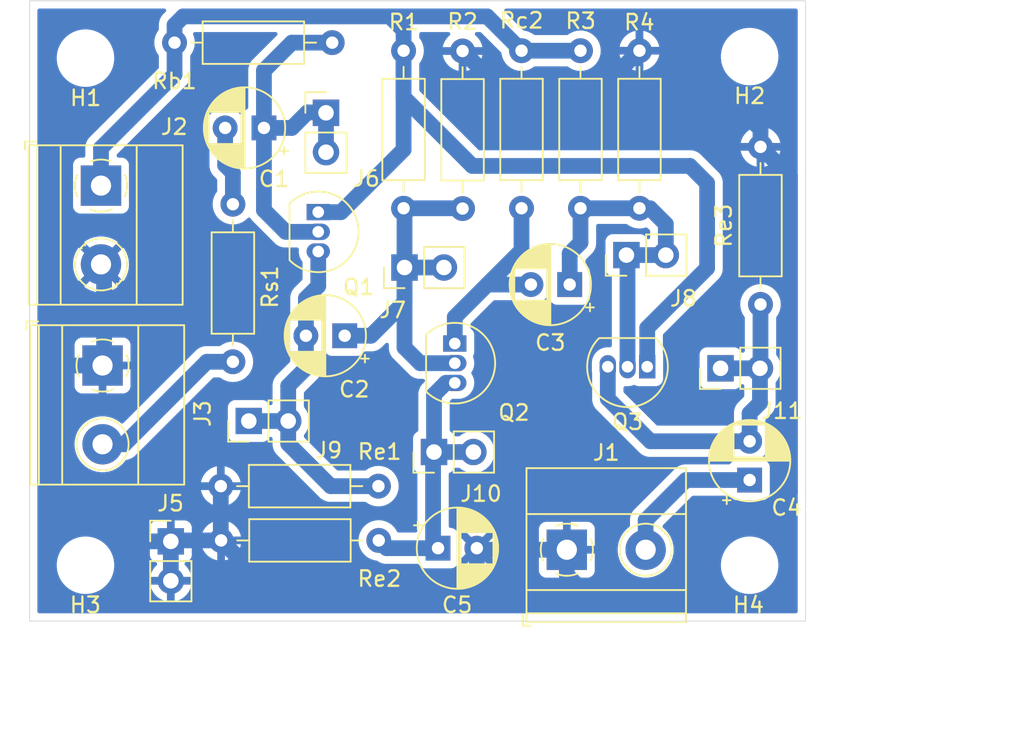
<source format=kicad_pcb>
(kicad_pcb (version 20240108) (generator "pcbnew") (generator_version "8.0")
  (layers (0 "F.Cu" signal) (31 "B.Cu" signal) (34 "B.Paste" user) (35 "F.Paste" user) (36 "B.SilkS" user "B.Silkscreen") (37 "F.SilkS" user "F.Silkscreen") (38 "B.Mask" user) (39 "F.Mask" user) (44 "Edge.Cuts" user))
  (net 0 "")
  (net 1 "Net-(C1-Pad2)")
  (net 2 "Vb1")
  (net 3 "Ve1")
  (net 4 "Vb2")
  (net 5 "Vb3")
  (net 6 "Net-(Q2-C)")
  (net 7 "Ve3")
  (net 8 "RL")
  (net 9 "GND")
  (net 10 "Ve2")
  (net 11 "VCC")
  (net 12 "Vs")
  (footprint "Connector_PinHeader_2.54mm:PinHeader_1x02_P2.54mm_Vertical" (layer "F.Cu") (at 44.16 37.2 90)
    (property "Reference" "J7" (at -2.75 -0.76 0) (layer "F.SilkS"))
    (property "Value" "Vbase")
    (pad "1" thru_hole rect (at 0 0 90) (size 1.7 1.7) (drill 1) (layers "*.Cu" "*.Mask") (net 4 "Vb2"))
    (pad "2" thru_hole oval (at 0 2.54 90) (size 1.7 1.7) (drill 1) (layers "*.Cu" "*.Mask") (net 4 "Vb2"))
  )
  (footprint "Connector_PinHeader_2.54mm:PinHeader_1x02_P2.54mm_Vertical" (layer "F.Cu") (at 58.46 36.4 90)
    (property "Reference" "J8" (at -2.8 3.67 0) (layer "F.SilkS"))
    (property "Value" "Vbase")
    (pad "1" thru_hole rect (at 0 0 90) (size 1.7 1.7) (drill 1) (layers "*.Cu" "*.Mask") (net 5 "Vb3"))
    (pad "2" thru_hole oval (at 0 2.54 90) (size 1.7 1.7) (drill 1) (layers "*.Cu" "*.Mask") (net 5 "Vb3"))
  )
  (footprint "Resistor_THT:R_Axial_DIN0207_L6.3mm_D2.5mm_P10.16mm_Horizontal" (layer "F.Cu") (at 47.9 33.4 90)
    (property "Reference" "R2" (at 12.06 0 0) (layer "F.SilkS"))
    (property "Value" "56k")
    (pad "1" thru_hole circle (at 0 0 90) (size 1.6 1.6) (drill 0.8) (layers "*.Cu" "*.Mask") (net 4 "Vb2"))
    (pad "2" thru_hole oval (at 10.16 0 90) (size 1.6 1.6) (drill 0.8) (layers "*.Cu" "*.Mask") (net 9 "GND"))
  )
  (footprint "Resistor_THT:R_Axial_DIN0207_L6.3mm_D2.5mm_P10.16mm_Horizontal" (layer "F.Cu") (at 33.1 43.28 90)
    (property "Reference" "Rs1" (at 4.82 2.39 -90) (layer "F.SilkS"))
    (property "Value" "50k")
    (pad "1" thru_hole circle (at 0 0 90) (size 1.6 1.6) (drill 0.8) (layers "*.Cu" "*.Mask") (net 12 "Vs"))
    (pad "2" thru_hole oval (at 10.16 0 90) (size 1.6 1.6) (drill 0.8) (layers "*.Cu" "*.Mask") (net 1 "Net-(C1-Pad2)"))
  )
  (footprint "Connector_PinHeader_2.54mm:PinHeader_1x02_P2.54mm_Vertical" (layer "F.Cu") (at 64.525 43.7 90)
    (property "Reference" "J11" (at -2.75 3.955 0) (layer "F.SilkS"))
    (property "Value" "Vemisor")
    (pad "1" thru_hole rect (at 0 0 90) (size 1.7 1.7) (drill 1) (layers "*.Cu" "*.Mask") (net 7 "Ve3"))
    (pad "2" thru_hole oval (at 0 2.54 90) (size 1.7 1.7) (drill 1) (layers "*.Cu" "*.Mask") (net 7 "Ve3"))
  )
  (footprint "Capacitor_THT:CP_Radial_D5.0mm_P2.50mm" (layer "F.Cu") (at 54.805113 38.3 180)
    (property "Reference" "C3" (at 1.25 -3.75 180) (layer "F.SilkS"))
    (property "Value" "1uF")
    (pad "1" thru_hole rect (at 0 0 180) (size 1.6 1.6) (drill 0.8) (layers "*.Cu" "*.Mask") (net 5 "Vb3"))
    (pad "2" thru_hole circle (at 2.5 0 180) (size 1.6 1.6) (drill 0.8) (layers "*.Cu" "*.Mask") (net 6 "Net-(Q2-C)"))
  )
  (footprint "Connector_PinHeader_2.54mm:PinHeader_1x02_P2.54mm_Vertical" (layer "F.Cu") (at 46.06 49.1 90)
    (property "Reference" "J10" (at -2.69 3.03 0) (layer "F.SilkS"))
    (property "Value" "Vemisor")
    (pad "1" thru_hole rect (at 0 0 90) (size 1.7 1.7) (drill 1) (layers "*.Cu" "*.Mask") (net 10 "Ve2"))
    (pad "2" thru_hole oval (at 0 2.54 90) (size 1.7 1.7) (drill 1) (layers "*.Cu" "*.Mask") (net 10 "Ve2"))
  )
  (footprint "Connector_PinHeader_2.54mm:PinHeader_1x02_P2.54mm_Vertical" (layer "F.Cu") (at 34.125 47.1 90)
    (property "Reference" "J9" (at -1.89 5.155 0) (layer "F.SilkS"))
    (property "Value" "Vemisor")
    (pad "1" thru_hole rect (at 0 0 90) (size 1.7 1.7) (drill 1) (layers "*.Cu" "*.Mask") (net 3 "Ve1"))
    (pad "2" thru_hole oval (at 0 2.54 90) (size 1.7 1.7) (drill 1) (layers "*.Cu" "*.Mask") (net 3 "Ve1"))
  )
  (footprint "MountingHole:MountingHole_3.2mm_M3" (layer "F.Cu") (at 66.4 56.4)
    (property "Reference" "H4" (at -0.08 2.56 0) (layer "F.SilkS"))
    (property "Value" "MountingHole")
    (pad "" np_thru_hole circle (at 0 0) (size 3.2 3.2) (drill 3.2) (layers "*.Cu" "*.Mask"))
  )
  (footprint "Resistor_THT:R_Axial_DIN0207_L6.3mm_D2.5mm_P10.16mm_Horizontal" (layer "F.Cu") (at 51.7 23.22 -90)
    (property "Reference" "Rc2" (at -1.95 0 180) (layer "F.SilkS"))
    (property "Value" "2k7")
    (pad "1" thru_hole circle (at 0 0 270) (size 1.6 1.6) (drill 0.8) (layers "*.Cu" "*.Mask") (net 11 "VCC"))
    (pad "2" thru_hole oval (at 10.16 0 270) (size 1.6 1.6) (drill 0.8) (layers "*.Cu" "*.Mask") (net 6 "Net-(Q2-C)"))
  )
  (footprint "Capacitor_THT:CP_Radial_D5.0mm_P2.50mm" (layer "F.Cu") (at 40.305113 41.6 180)
    (property "Reference" "C2" (at -0.614887 -3.46 180) (layer "F.SilkS"))
    (property "Value" "1uF")
    (pad "1" thru_hole rect (at 0 0 180) (size 1.6 1.6) (drill 0.8) (layers "*.Cu" "*.Mask") (net 4 "Vb2"))
    (pad "2" thru_hole circle (at 2.5 0 180) (size 1.6 1.6) (drill 0.8) (layers "*.Cu" "*.Mask") (net 3 "Ve1"))
  )
  (footprint "TerminalBlock_Phoenix:TerminalBlock_Phoenix_MKDS-1,5-2-5.08_1x02_P5.08mm_Horizontal" (layer "F.Cu") (at 24.7 43.52 -90)
    (property "Reference" "J3" (at 3.1 -6.45 -90) (layer "F.SilkS"))
    (property "Value" "Input")
    (pad "1" thru_hole rect (at 0 0 270) (size 2.6 2.6) (drill 1.3) (layers "*.Cu" "*.Mask") (net 9 "GND"))
    (pad "2" thru_hole circle (at 5.08 0 270) (size 2.6 2.6) (drill 1.3) (layers "*.Cu" "*.Mask") (net 12 "Vs"))
  )
  (footprint "Resistor_THT:R_Axial_DIN0207_L6.3mm_D2.5mm_P10.16mm_Horizontal" (layer "F.Cu") (at 55.5 23.22 -90)
    (property "Reference" "R3" (at -1.92 -0.01 180) (layer "F.SilkS"))
    (property "Value" "82k")
    (pad "1" thru_hole circle (at 0 0 270) (size 1.6 1.6) (drill 0.8) (layers "*.Cu" "*.Mask") (net 11 "VCC"))
    (pad "2" thru_hole oval (at 10.16 0 270) (size 1.6 1.6) (drill 0.8) (layers "*.Cu" "*.Mask") (net 5 "Vb3"))
  )
  (footprint "Package_TO_SOT_THT:TO-92_Inline" (layer "F.Cu") (at 47.4 42.1 -90)
    (property "Reference" "Q2" (at 4.46 -3.81 180) (layer "F.SilkS"))
    (property "Value" "BC547")
    (pad "1" thru_hole rect (at 0 0 270) (size 1.05 1.5) (drill 0.75) (layers "*.Cu" "*.Mask") (net 6 "Net-(Q2-C)"))
    (pad "2" thru_hole oval (at 1.27 0 270) (size 1.05 1.5) (drill 0.75) (layers "*.Cu" "*.Mask") (net 4 "Vb2"))
    (pad "3" thru_hole oval (at 2.54 0 270) (size 1.05 1.5) (drill 0.75) (layers "*.Cu" "*.Mask") (net 10 "Ve2"))
  )
  (footprint "Resistor_THT:R_Axial_DIN0207_L6.3mm_D2.5mm_P10.16mm_Horizontal" (layer "F.Cu") (at 42.5 54.8 180)
    (property "Reference" "Re2" (at -0.04 -2.47 180) (layer "F.SilkS"))
    (property "Value" "3k3")
    (pad "1" thru_hole circle (at 0 0 180) (size 1.6 1.6) (drill 0.8) (layers "*.Cu" "*.Mask") (net 10 "Ve2"))
    (pad "2" thru_hole oval (at 10.16 0 180) (size 1.6 1.6) (drill 0.8) (layers "*.Cu" "*.Mask") (net 9 "GND"))
  )
  (footprint "Connector_PinHeader_2.54mm:PinHeader_1x02_P2.54mm_Vertical" (layer "F.Cu") (at 39.1 27.225)
    (property "Reference" "J6" (at 2.61 4.245 0) (layer "F.SilkS"))
    (property "Value" "Vbase")
    (pad "1" thru_hole rect (at 0 0) (size 1.7 1.7) (drill 1) (layers "*.Cu" "*.Mask") (net 2 "Vb1"))
    (pad "2" thru_hole oval (at 0 2.54) (size 1.7 1.7) (drill 1) (layers "*.Cu" "*.Mask") (net 2 "Vb1"))
  )
  (footprint "Package_TO_SOT_THT:TO-92_Inline" (layer "F.Cu") (at 38.6 33.63 -90)
    (property "Reference" "Q1" (at 4.83 -2.6 180) (layer "F.SilkS"))
    (property "Value" "BC548C")
    (pad "1" thru_hole rect (at 0 0 270) (size 1.05 1.5) (drill 0.75) (layers "*.Cu" "*.Mask") (net 11 "VCC"))
    (pad "2" thru_hole oval (at 1.27 0 270) (size 1.05 1.5) (drill 0.75) (layers "*.Cu" "*.Mask") (net 2 "Vb1"))
    (pad "3" thru_hole oval (at 2.54 0 270) (size 1.05 1.5) (drill 0.75) (layers "*.Cu" "*.Mask") (net 3 "Ve1"))
  )
  (footprint "TerminalBlock_Phoenix:TerminalBlock_Phoenix_MKDS-1,5-2-5.08_1x02_P5.08mm_Horizontal" (layer "F.Cu") (at 54.62 55.4)
    (property "Reference" "J1" (at 2.54 -6.26 0) (layer "F.SilkS"))
    (property "Value" "Output - RL")
    (pad "1" thru_hole rect (at 0 0) (size 2.6 2.6) (drill 1.3) (layers "*.Cu" "*.Mask") (net 9 "GND"))
    (pad "2" thru_hole circle (at 5.08 0) (size 2.6 2.6) (drill 1.3) (layers "*.Cu" "*.Mask") (net 8 "RL"))
  )
  (footprint "Connector_PinHeader_2.54mm:PinHeader_1x02_P2.54mm_Vertical" (layer "F.Cu") (at 29.1 54.86)
    (property "Reference" "J5" (at -0.02 -2.45 0) (layer "F.SilkS"))
    (property "Value" "GND")
    (pad "1" thru_hole rect (at 0 0) (size 1.7 1.7) (drill 1) (layers "*.Cu" "*.Mask") (net 9 "GND"))
    (pad "2" thru_hole oval (at 0 2.54) (size 1.7 1.7) (drill 1) (layers "*.Cu" "*.Mask") (net 9 "GND"))
  )
  (footprint "Resistor_THT:R_Axial_DIN0207_L6.3mm_D2.5mm_P10.16mm_Horizontal" (layer "F.Cu") (at 29.34 22.7)
    (property "Reference" "Rb1" (at -0.01 2.48 0) (layer "F.SilkS"))
    (property "Value" "1M8")
    (pad "1" thru_hole circle (at 0 0) (size 1.6 1.6) (drill 0.8) (layers "*.Cu" "*.Mask") (net 11 "VCC"))
    (pad "2" thru_hole oval (at 10.16 0) (size 1.6 1.6) (drill 0.8) (layers "*.Cu" "*.Mask") (net 2 "Vb1"))
  )
  (footprint "Resistor_THT:R_Axial_DIN0207_L6.3mm_D2.5mm_P10.16mm_Horizontal" (layer "F.Cu") (at 44.1 23.22 -90)
    (property "Reference" "R1" (at -1.84 -0.02 180) (layer "F.SilkS"))
    (property "Value" "75k")
    (pad "1" thru_hole circle (at 0 0 270) (size 1.6 1.6) (drill 0.8) (layers "*.Cu" "*.Mask") (net 11 "VCC"))
    (pad "2" thru_hole oval (at 10.16 0 270) (size 1.6 1.6) (drill 0.8) (layers "*.Cu" "*.Mask") (net 4 "Vb2"))
  )
  (footprint "MountingHole:MountingHole_3.2mm_M3" (layer "F.Cu") (at 23.6 23.7)
    (property "Reference" "H1" (at 0.01 2.57 0) (layer "F.SilkS"))
    (property "Value" "MountingHole")
    (pad "" np_thru_hole circle (at 0 0) (size 3.2 3.2) (drill 3.2) (layers "*.Cu" "*.Mask"))
  )
  (footprint "TerminalBlock_Phoenix:TerminalBlock_Phoenix_MKDS-1,5-2-5.08_1x02_P5.08mm_Horizontal" (layer "F.Cu") (at 24.6 31.92 -90)
    (property "Reference" "J2" (at -3.79 -4.72 0) (layer "F.SilkS"))
    (property "Value" "Power")
    (pad "1" thru_hole rect (at 0 0 270) (size 2.6 2.6) (drill 1.3) (layers "*.Cu" "*.Mask") (net 11 "VCC"))
    (pad "2" thru_hole circle (at 5.08 0 270) (size 2.6 2.6) (drill 1.3) (layers "*.Cu" "*.Mask") (net 9 "GND"))
  )
  (footprint "Resistor_THT:R_Axial_DIN0207_L6.3mm_D2.5mm_P10.16mm_Horizontal" (layer "F.Cu") (at 59.3 33.38 90)
    (property "Reference" "R4" (at 11.99 -0.01 0) (layer "F.SilkS"))
    (property "Value" "100k")
    (pad "1" thru_hole circle (at 0 0 90) (size 1.6 1.6) (drill 0.8) (layers "*.Cu" "*.Mask") (net 5 "Vb3"))
    (pad "2" thru_hole oval (at 10.16 0 90) (size 1.6 1.6) (drill 0.8) (layers "*.Cu" "*.Mask") (net 9 "GND"))
  )
  (footprint "Capacitor_THT:CP_Radial_D5.0mm_P2.50mm" (layer "F.Cu") (at 35.1 28.2 180)
    (property "Reference" "C1" (at -0.65 -3.29 180) (layer "F.SilkS"))
    (property "Value" "1uF")
    (pad "1" thru_hole rect (at 0 0 180) (size 1.6 1.6) (drill 0.8) (layers "*.Cu" "*.Mask") (net 2 "Vb1"))
    (pad "2" thru_hole circle (at 2.5 0 180) (size 1.6 1.6) (drill 0.8) (layers "*.Cu" "*.Mask") (net 1 "Net-(C1-Pad2)"))
  )
  (footprint "Resistor_THT:R_Axial_DIN0207_L6.3mm_D2.5mm_P10.16mm_Horizontal" (layer "F.Cu") (at 67.1 39.58 90)
    (property "Reference" "Re3" (at 5.08 -2.37 -90) (layer "F.SilkS"))
    (property "Value" "4k7")
    (pad "1" thru_hole circle (at 0 0 90) (size 1.6 1.6) (drill 0.8) (layers "*.Cu" "*.Mask") (net 7 "Ve3"))
    (pad "2" thru_hole oval (at 10.16 0 90) (size 1.6 1.6) (drill 0.8) (layers "*.Cu" "*.Mask") (net 9 "GND"))
  )
  (footprint "Package_TO_SOT_THT:TO-92_Inline" (layer "F.Cu") (at 59.8 43.6 180)
    (property "Reference" "Q3" (at 1.27 -3.56 180) (layer "F.SilkS"))
    (property "Value" "BC548C")
    (pad "1" thru_hole rect (at 0 0 180) (size 1.05 1.5) (drill 0.75) (layers "*.Cu" "*.Mask") (net 11 "VCC"))
    (pad "2" thru_hole oval (at 1.27 0 180) (size 1.05 1.5) (drill 0.75) (layers "*.Cu" "*.Mask") (net 5 "Vb3"))
    (pad "3" thru_hole oval (at 2.54 0 180) (size 1.05 1.5) (drill 0.75) (layers "*.Cu" "*.Mask") (net 7 "Ve3"))
  )
  (footprint "MountingHole:MountingHole_3.2mm_M3" (layer "F.Cu") (at 66.4 23.6)
    (property "Reference" "H2" (at 0 2.54 0) (layer "F.SilkS"))
    (property "Value" "MountingHole")
    (pad "" np_thru_hole circle (at 0 0) (size 3.2 3.2) (drill 3.2) (layers "*.Cu" "*.Mask"))
  )
  (footprint "Resistor_THT:R_Axial_DIN0207_L6.3mm_D2.5mm_P10.16mm_Horizontal" (layer "F.Cu") (at 42.48 51.3 180)
    (property "Reference" "Re1" (at -0.07 2.22 180) (layer "F.SilkS"))
    (property "Value" "4k7")
    (pad "1" thru_hole circle (at 0 0 180) (size 1.6 1.6) (drill 0.8) (layers "*.Cu" "*.Mask") (net 3 "Ve1"))
    (pad "2" thru_hole oval (at 10.16 0 180) (size 1.6 1.6) (drill 0.8) (layers "*.Cu" "*.Mask") (net 9 "GND"))
  )
  (footprint "Capacitor_THT:CP_Radial_D5.0mm_P2.50mm" (layer "F.Cu") (at 66.4 50.905113 90)
    (property "Reference" "C4" (at -1.784887 2.38 0) (layer "F.SilkS"))
    (property "Value" "1uF")
    (pad "1" thru_hole rect (at 0 0 90) (size 1.6 1.6) (drill 0.8) (layers "*.Cu" "*.Mask") (net 8 "RL"))
    (pad "2" thru_hole circle (at 2.5 0 90) (size 1.6 1.6) (drill 0.8) (layers "*.Cu" "*.Mask") (net 7 "Ve3"))
  )
  (footprint "MountingHole:MountingHole_3.2mm_M3" (layer "F.Cu") (at 23.6 56.4)
    (property "Reference" "H3" (at -0.01 2.56 0) (layer "F.SilkS"))
    (property "Value" "MountingHole")
    (pad "" np_thru_hole circle (at 0 0) (size 3.2 3.2) (drill 3.2) (layers "*.Cu" "*.Mask"))
  )
  (footprint "Capacitor_THT:CP_Radial_D5.0mm_P2.50mm" (layer "F.Cu") (at 46.32 55.3)
    (property "Reference" "C5" (at 1.23 3.66 0) (layer "F.SilkS"))
    (property "Value" "1uF")
    (pad "1" thru_hole rect (at 0 0) (size 1.6 1.6) (drill 0.8) (layers "*.Cu" "*.Mask") (net 10 "Ve2"))
    (pad "2" thru_hole circle (at 2.5 0) (size 1.6 1.6) (drill 0.8) (layers "*.Cu" "*.Mask") (net 9 "GND"))
  )
  (gr_rect (start 20 20) (end 70 60) (stroke (width 0.05)) (fill none) (layer "Edge.Cuts"))
  (segment (start 33.1 33.12) (end 33.1 31.1) (width 1.016) (layer "B.Cu") (net 1))
  (segment (start 32.6 30.6) (end 32.6 28.2) (width 1.016) (layer "B.Cu") (net 1))
  (segment (start 33.1 31.1) (end 32.6 30.6) (width 1.016) (layer "B.Cu") (net 1))
  (segment (start 36.5 34.9) (end 38.6 34.9) (width 1.016) (layer "B.Cu") (net 2))
  (segment (start 35.1 24.5) (end 35.1 28.2) (width 1.016) (layer "B.Cu") (net 2))
  (segment (start 36.9 22.7) (end 35.1 24.5) (width 1.016) (layer "B.Cu") (net 2))
  (segment (start 35.1 33.5) (end 36.5 34.9) (width 1.016) (layer "B.Cu") (net 2))
  (segment (start 37.9 27.2) (end 39.075 27.2) (width 1.016) (layer "B.Cu") (net 2))
  (segment (start 39.5 22.7) (end 36.9 22.7) (width 1.016) (layer "B.Cu") (net 2))
  (segment (start 35.1 28.2) (end 36.9 28.2) (width 1.016) (layer "B.Cu") (net 2))
  (segment (start 36.9 28.2) (end 37.9 27.2) (width 1.016) (layer "B.Cu") (net 2))
  (segment (start 39.075 27.2) (end 39.1 27.225) (width 1.016) (layer "B.Cu") (net 2))
  (segment (start 35.1 28.2) (end 35.1 33.5) (width 1.016) (layer "B.Cu") (net 2))
  (segment (start 39.1 27.225) (end 39.1 29.765) (width 1.016) (layer "B.Cu") (net 2))
  (segment (start 38.6 38.4) (end 37.805113 39.194887) (width 1.016) (layer "B.Cu") (net 3))
  (segment (start 39.4 51.3) (end 36.665 48.565) (width 1.016) (layer "B.Cu") (net 3))
  (segment (start 37.805113 43.694887) (end 37.805113 41.6) (width 1.016) (layer "B.Cu") (net 3))
  (segment (start 34.125 47.1) (end 36.665 47.1) (width 1.016) (layer "B.Cu") (net 3))
  (segment (start 36.665 48.565) (end 36.665 47.1) (width 1.016) (layer "B.Cu") (net 3))
  (segment (start 37.805113 39.194887) (end 37.805113 41.6) (width 1.016) (layer "B.Cu") (net 3))
  (segment (start 36.665 44.835) (end 37.805113 43.694887) (width 1.016) (layer "B.Cu") (net 3))
  (segment (start 36.665 47.1) (end 36.665 44.835) (width 1.016) (layer "B.Cu") (net 3))
  (segment (start 38.6 36.17) (end 38.6 38.4) (width 1.016) (layer "B.Cu") (net 3))
  (segment (start 42.48 51.3) (end 39.4 51.3) (width 1.016) (layer "B.Cu") (net 3))
  (segment (start 40.305113 41.6) (end 42 41.6) (width 1.016) (layer "B.Cu") (net 4))
  (segment (start 44.16 37.2) (end 44.16 33.44) (width 1.016) (layer "B.Cu") (net 4))
  (segment (start 44.16 39.44) (end 44.16 37.2) (width 1.016) (layer "B.Cu") (net 4))
  (segment (start 44.16 37.2) (end 44.16 42.36) (width 1.016) (layer "B.Cu") (net 4))
  (segment (start 45.17 43.37) (end 47.4 43.37) (width 1.016) (layer "B.Cu") (net 4))
  (segment (start 44.16 37.2) (end 46.7 37.2) (width 1.016) (layer "B.Cu") (net 4))
  (segment (start 44.16 33.44) (end 44.1 33.38) (width 1.016) (layer "B.Cu") (net 4))
  (segment (start 42 41.6) (end 44.16 39.44) (width 1.016) (layer "B.Cu") (net 4))
  (segment (start 47.88 33.38) (end 47.9 33.4) (width 1.016) (layer "B.Cu") (net 4))
  (segment (start 44.1 33.38) (end 47.88 33.38) (width 1.016) (layer "B.Cu") (net 4))
  (segment (start 44.16 42.36) (end 45.17 43.37) (width 1.016) (layer "B.Cu") (net 4))
  (segment (start 59.3 33.38) (end 59.98 33.38) (width 1.016) (layer "B.Cu") (net 5))
  (segment (start 58.53 43.6) (end 58.53 36.47) (width 1.016) (layer "B.Cu") (net 5))
  (segment (start 61 34.4) (end 61 36.4) (width 1.016) (layer "B.Cu") (net 5))
  (segment (start 59.98 33.38) (end 61 34.4) (width 1.016) (layer "B.Cu") (net 5))
  (segment (start 54.805113 38.3) (end 54.805113 36.294887) (width 1.016) (layer "B.Cu") (net 5))
  (segment (start 58.53 36.47) (end 58.46 36.4) (width 1.016) (layer "B.Cu") (net 5))
  (segment (start 55.5 35.6) (end 55.5 33.38) (width 1.016) (layer "B.Cu") (net 5))
  (segment (start 55.5 33.38) (end 59.3 33.38) (width 1.016) (layer "B.Cu") (net 5))
  (segment (start 54.805113 36.294887) (end 55.5 35.6) (width 1.016) (layer "B.Cu") (net 5))
  (segment (start 61 36.4) (end 58.46 36.4) (width 1.016) (layer "B.Cu") (net 5))
  (segment (start 47.4 42.1) (end 47.4 40.4) (width 1.016) (layer "B.Cu") (net 6))
  (segment (start 47.4 40.4) (end 49.5 38.3) (width 1.016) (layer "B.Cu") (net 6))
  (segment (start 49.5 38.3) (end 52.305113 38.3) (width 1.016) (layer "B.Cu") (net 6))
  (segment (start 51.7 36.1) (end 49.5 38.3) (width 1.016) (layer "B.Cu") (net 6))
  (segment (start 51.7 33.38) (end 51.7 36.1) (width 1.016) (layer "B.Cu") (net 6))
  (segment (start 60.005113 48.405113) (end 57.26 45.66) (width 1.016) (layer "B.Cu") (net 7))
  (segment (start 66.4 48.405113) (end 60.005113 48.405113) (width 1.016) (layer "B.Cu") (net 7))
  (segment (start 67.1 43.665) (end 67.065 43.7) (width 1.016) (layer "B.Cu") (net 7))
  (segment (start 57.26 45.66) (end 57.26 43.6) (width 1.016) (layer "B.Cu") (net 7))
  (segment (start 67.065 45.935) (end 66.4 46.6) (width 1.016) (layer "B.Cu") (net 7))
  (segment (start 67.065 43.7) (end 64.525 43.7) (width 1.016) (layer "B.Cu") (net 7))
  (segment (start 66.4 46.6) (end 66.4 48.405113) (width 1.016) (layer "B.Cu") (net 7))
  (segment (start 67.1 39.58) (end 67.1 43.665) (width 1.016) (layer "B.Cu") (net 7))
  (segment (start 67.065 43.7) (end 67.065 45.935) (width 1.016) (layer "B.Cu") (net 7))
  (segment (start 59.7 53.5) (end 59.7 55.4) (width 1.016) (layer "B.Cu") (net 8))
  (segment (start 62.294887 50.905113) (end 59.7 53.5) (width 1.016) (layer "B.Cu") (net 8))
  (segment (start 66.4 50.905113) (end 62.294887 50.905113) (width 1.016) (layer "B.Cu") (net 8))
  (segment (start 24.6 37) (end 24.8 37.2) (width 1.016) (layer "B.Cu") (net 9))
  (segment (start 68.992 51.708) (end 67.2 53.5) (width 1.016) (layer "B.Cu") (net 9))
  (segment (start 22.48 43.52) (end 24.7 43.52) (width 1.016) (layer "B.Cu") (net 9))
  (segment (start 29.1 57.4) (end 29.1 54.86) (width 1.016) (layer "B.Cu") (net 9))
  (segment (start 35.34 57.8) (end 47.7 57.8) (width 1.016) (layer "B.Cu") (net 9))
  (segment (start 54.62 55.4) (end 48.92 55.4) (width 1.016) (layer "B.Cu") (net 9))
  (segment (start 56.92 25.6) (end 64.419684 25.6) (width 1.016) (layer "B.Cu") (net 9))
  (segment (start 55.7 58.1) (end 54.62 57.02) (width 1.016) (layer "B.Cu") (net 9))
  (segment (start 47.9 23.24) (end 50.26 25.6) (width 1.016) (layer "B.Cu") (net 9))
  (segment (start 24.8 43.42) (end 24.7 43.52) (width 1.016) (layer "B.Cu") (net 9))
  (segment (start 21.6 49.363) (end 21.6 44.4) (width 1.016) (layer "B.Cu") (net 9))
  (segment (start 27.097 54.86) (end 21.6 49.363) (width 1.016) (layer "B.Cu") (net 9))
  (segment (start 67.2 53.5) (end 64.3 53.5) (width 1.016) (layer "B.Cu") (net 9))
  (segment (start 32.34 54.8) (end 29.16 54.8) (width 1.016) (layer "B.Cu") (net 9))
  (segment (start 29.16 54.8) (end 29.1 54.86) (width 1.016) (layer "B.Cu") (net 9))
  (segment (start 62.5 57.4) (end 61.8 58.1) (width 1.016) (layer "B.Cu") (net 9))
  (segment (start 29.1 54.86) (end 27.097 54.86) (width 1.016) (layer "B.Cu") (net 9))
  (segment (start 32.34 54.8) (end 35.34 57.8) (width 1.016) (layer "B.Cu") (net 9))
  (segment (start 62.5 55.3) (end 62.5 57.4) (width 1.016) (layer "B.Cu") (net 9))
  (segment (start 56.92 25.6) (end 59.3 23.22) (width 1.016) (layer "B.Cu") (net 9))
  (segment (start 32.32 51.3) (end 32.32 54.78) (width 1.016) (layer "B.Cu") (net 9))
  (segment (start 54.62 57.02) (end 54.62 55.4) (width 1.016) (layer "B.Cu") (net 9))
  (segment (start 48.82 56.68) (end 48.82 55.3) (width 1.016) (layer "B.Cu") (net 9))
  (segment (start 61.8 58.1) (end 55.7 58.1) (width 1.016) (layer "B.Cu") (net 9))
  (segment (start 47.7 57.8) (end 48.82 56.68) (width 1.016) (layer "B.Cu") (net 9))
  (segment (start 68.992 31.312) (end 68.992 51.708) (width 1.016) (layer "B.Cu") (net 9))
  (segment (start 67.1 29.42) (end 68.992 31.312) (width 1.016) (layer "B.Cu") (net 9))
  (segment (start 64.419684 25.6) (end 67.1 28.280316) (width 1.016) (layer "B.Cu") (net 9))
  (segment (start 24.8 37.2) (end 24.8 43.42) (width 1.016) (layer "B.Cu") (net 9))
  (segment (start 64.3 53.5) (end 62.5 55.3) (width 1.016) (layer "B.Cu") (net 9))
  (segment (start 50.26 25.6) (end 56.92 25.6) (width 1.016) (layer "B.Cu") (net 9))
  (segment (start 21.6 44.4) (end 22.48 43.52) (width 1.016) (layer "B.Cu") (net 9))
  (segment (start 67.1 28.280316) (end 67.1 29.42) (width 1.016) (layer "B.Cu") (net 9))
  (segment (start 48.92 55.4) (end 48.82 55.3) (width 1.016) (layer "B.Cu") (net 9))
  (segment (start 32.32 54.78) (end 32.34 54.8) (width 1.016) (layer "B.Cu") (net 9))
  (segment (start 47.4 44.64) (end 46.82 44.64) (width 1.016) (layer "B.Cu") (net 10))
  (segment (start 46 49.16) (end 46.06 49.1) (width 1.016) (layer "B.Cu") (net 10))
  (segment (start 46.06 49.1) (end 48.6 49.1) (width 1.016) (layer "B.Cu") (net 10))
  (segment (start 46.06 45.4) (end 46.06 49.1) (width 1.016) (layer "B.Cu") (net 10))
  (segment (start 46.32 55.3) (end 46 54.98) (width 1.016) (layer "B.Cu") (net 10))
  (segment (start 46 54.98) (end 46 49.16) (width 1.016) (layer "B.Cu") (net 10))
  (segment (start 46.82 44.64) (end 46.06 45.4) (width 1.016) (layer "B.Cu") (net 10))
  (segment (start 43 55.3) (end 42.5 54.8) (width 1.016) (layer "B.Cu") (net 10))
  (segment (start 46.32 55.3) (end 43 55.3) (width 1.016) (layer "B.Cu") (net 10))
  (segment (start 29.34 22.7) (end 29.34 21.568) (width 1.016) (layer "B.Cu") (net 11))
  (segment (start 43.208 21.008) (end 49.488 21.008) (width 1.016) (layer "B.Cu") (net 11))
  (segment (start 44.1 26.22) (end 44.1 23.22) (width 1.016) (layer "B.Cu") (net 11))
  (segment (start 24.6 31.92) (end 24.6 29.5) (width 1.016) (layer "B.Cu") (net 11))
  (segment (start 44.1 29.6) (end 40.07 33.63) (width 1.016) (layer "B.Cu") (net 11))
  (segment (start 63.66 37.24) (end 63.66 31.76) (width 1.016) (layer "B.Cu") (net 11))
  (segment (start 44.1 21.9) (end 44.1 23.22) (width 1.016) (layer "B.Cu") (net 11))
  (segment (start 59.8 43.6) (end 59.8 41.1) (width 1.016) (layer "B.Cu") (net 11))
  (segment (start 62.55 30.65) (end 48.53 30.65) (width 1.016) (layer "B.Cu") (net 11))
  (segment (start 24.6 29.5) (end 29.34 24.76) (width 1.016) (layer "B.Cu") (net 11))
  (segment (start 29.9 21.008) (end 43.208 21.008) (width 1.016) (layer "B.Cu") (net 11))
  (segment (start 40.07 33.63) (end 38.6 33.63) (width 1.016) (layer "B.Cu") (net 11))
  (segment (start 49.488 21.008) (end 51.7 23.22) (width 1.016) (layer "B.Cu") (net 11))
  (segment (start 43.208 21.008) (end 44.1 21.9) (width 1.016) (layer "B.Cu") (net 11))
  (segment (start 63.66 31.76) (end 62.55 30.65) (width 1.016) (layer "B.Cu") (net 11))
  (segment (start 29.34 21.568) (end 29.9 21.008) (width 1.016) (layer "B.Cu") (net 11))
  (segment (start 48.53 30.65) (end 44.1 26.22) (width 1.016) (layer "B.Cu") (net 11))
  (segment (start 59.8 41.1) (end 63.66 37.24) (width 1.016) (layer "B.Cu") (net 11))
  (segment (start 29.34 24.76) (end 29.34 22.7) (width 1.016) (layer "B.Cu") (net 11))
  (segment (start 51.7 23.22) (end 55.5 23.22) (width 1.016) (layer "B.Cu") (net 11))
  (segment (start 44.1 23.22) (end 44.1 29.6) (width 1.016) (layer "B.Cu") (net 11))
  (segment (start 24.7 48.6) (end 26.1 48.6) (width 1.016) (layer "B.Cu") (net 12))
  (segment (start 26.1 48.6) (end 31.42 43.28) (width 1.016) (layer "B.Cu") (net 12))
  (segment (start 31.42 43.28) (end 33.1 43.28) (width 1.016) (layer "B.Cu") (net 12))
  (zone (net 9) (net_name "GND") (layer "B.Cu") (connect_pads (clearance 0.5)) (min_thickness 0.25) (fill yes (thermal_gap 0.5) (thermal_bridge_width 0.5))
    (polygon (pts (xy 20 20) (xy 70 20) (xy 70 60) (xy 20 60)))
  )
)
</source>
